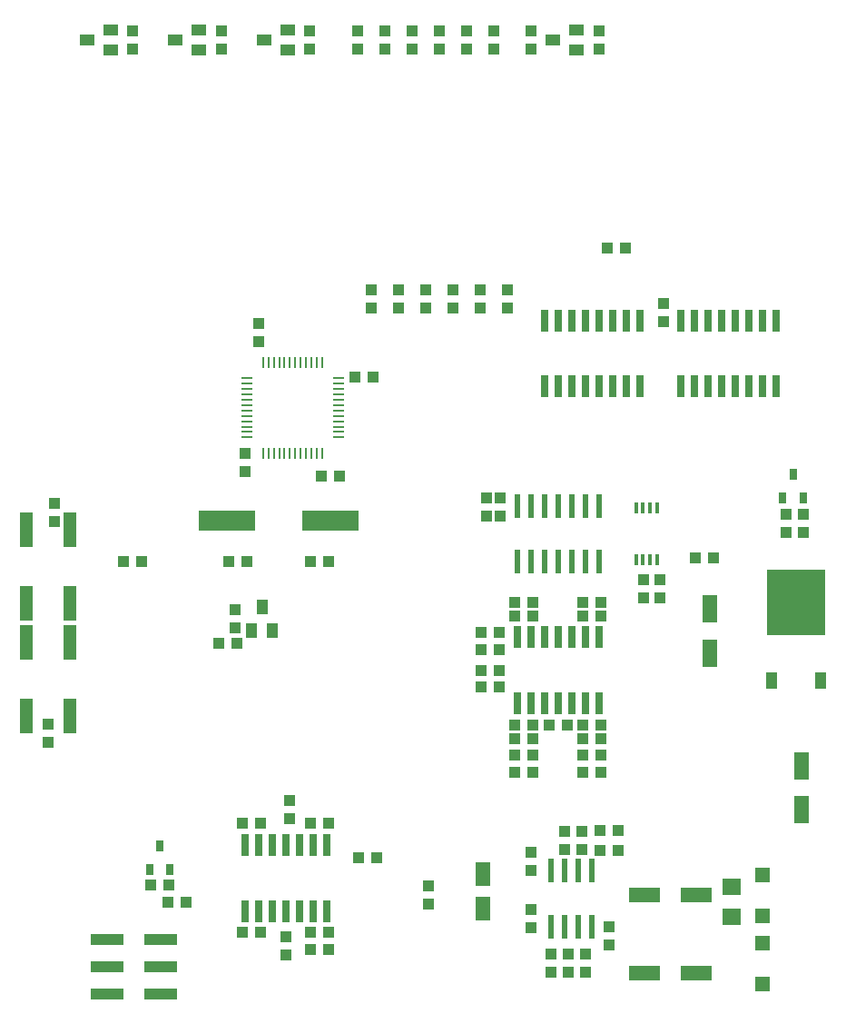
<source format=gbr>
%TF.GenerationSoftware,KiCad,Pcbnew,(6.0.11-0)*%
%TF.CreationDate,2023-03-06T23:16:56+01:00*%
%TF.ProjectId,braids,62726169-6473-42e6-9b69-6361645f7063,rev?*%
%TF.SameCoordinates,Original*%
%TF.FileFunction,Paste,Top*%
%TF.FilePolarity,Positive*%
%FSLAX46Y46*%
G04 Gerber Fmt 4.6, Leading zero omitted, Abs format (unit mm)*
G04 Created by KiCad (PCBNEW (6.0.11-0)) date 2023-03-06 23:16:56*
%MOMM*%
%LPD*%
G01*
G04 APERTURE LIST*
%ADD10R,1.100000X1.000000*%
%ADD11R,1.000000X1.100000*%
%ADD12R,1.400000X1.000000*%
%ADD13R,5.334000X1.930400*%
%ADD14R,0.660400X2.032000*%
%ADD15R,0.700000X1.000000*%
%ADD16R,3.000000X1.400000*%
%ADD17R,1.000000X1.400000*%
%ADD18R,1.200000X3.200000*%
%ADD19R,0.600000X2.200000*%
%ADD20R,0.410000X1.020000*%
%ADD21R,0.254000X1.000000*%
%ADD22R,1.000000X0.254000*%
%ADD23R,3.150000X1.000000*%
%ADD24R,1.400000X2.600000*%
%ADD25R,1.803000X1.600000*%
%ADD26R,1.000000X1.600000*%
%ADD27R,5.400000X6.200000*%
%ADD28R,1.400000X1.400000*%
%ADD29R,1.400000X2.200000*%
G04 APERTURE END LIST*
D10*
%TO.C,C16*%
X158251100Y-119926100D03*
X156551100Y-119926100D03*
%TD*%
%TO.C,R5*%
X144383600Y-55258600D03*
X144383600Y-56958600D03*
%TD*%
D11*
%TO.C,R41*%
X156551100Y-124371100D03*
X158251100Y-124371100D03*
%TD*%
D10*
%TO.C,R3*%
X137398600Y-55258600D03*
X137398600Y-56958600D03*
%TD*%
D11*
%TO.C,R32*%
X153376100Y-116433600D03*
X155076100Y-116433600D03*
%TD*%
%TO.C,C11*%
X168513600Y-106376100D03*
X168513600Y-108076100D03*
%TD*%
D12*
%TO.C,Q2*%
X127068600Y-57058600D03*
X124868600Y-56108600D03*
X127068600Y-55158600D03*
%TD*%
D10*
%TO.C,R18*%
X155813600Y-81088600D03*
X155813600Y-79388600D03*
%TD*%
%TO.C,C22*%
X164488600Y-131673600D03*
X166188600Y-131673600D03*
%TD*%
D13*
%TO.C,Q5*%
X139367100Y-100876100D03*
X129715100Y-100876100D03*
%TD*%
D10*
%TO.C,R13*%
X143113600Y-81088600D03*
X143113600Y-79388600D03*
%TD*%
D14*
%TO.C,IC9*%
X131366100Y-137287000D03*
X132636100Y-137287000D03*
X133906100Y-137287000D03*
X135176100Y-137287000D03*
X136446100Y-137287000D03*
X137716100Y-137287000D03*
X138986100Y-137287000D03*
X138986100Y-131140200D03*
X137716100Y-131140200D03*
X136446100Y-131140200D03*
X135176100Y-131140200D03*
X133906100Y-131140200D03*
X132636100Y-131140200D03*
X131366100Y-131140200D03*
%TD*%
D11*
%TO.C,R51*%
X125866100Y-136436100D03*
X124166100Y-136436100D03*
%TD*%
%TO.C,C6*%
X153908600Y-100456100D03*
X153908600Y-98756100D03*
%TD*%
D15*
%TO.C,IC3*%
X181533600Y-98801100D03*
X183433600Y-98801100D03*
X182483600Y-96601100D03*
%TD*%
D10*
%TO.C,R17*%
X153273600Y-81088600D03*
X153273600Y-79388600D03*
%TD*%
D11*
%TO.C,C4*%
X131366100Y-94628600D03*
X131366100Y-96328600D03*
%TD*%
%TO.C,C28*%
X135176100Y-139713600D03*
X135176100Y-141413600D03*
%TD*%
D16*
%TO.C,C30*%
X168653600Y-143103600D03*
X173453600Y-143103600D03*
%TD*%
D17*
%TO.C,Q6*%
X132003600Y-111183600D03*
X132953600Y-108983600D03*
X133903600Y-111183600D03*
%TD*%
D11*
%TO.C,C7*%
X155178600Y-100456100D03*
X155178600Y-98756100D03*
%TD*%
D14*
%TO.C,IC2*%
X172006100Y-88392000D03*
X173276100Y-88392000D03*
X174546100Y-88392000D03*
X175816100Y-88392000D03*
X177086100Y-88392000D03*
X178356100Y-88392000D03*
X179626100Y-88392000D03*
X180896100Y-88392000D03*
X180896100Y-82245200D03*
X179626100Y-82245200D03*
X178356100Y-82245200D03*
X177086100Y-82245200D03*
X175816100Y-82245200D03*
X174546100Y-82245200D03*
X173276100Y-82245200D03*
X172006100Y-82245200D03*
%TD*%
D10*
%TO.C,R55*%
X159941100Y-143001100D03*
X159941100Y-141301100D03*
%TD*%
D15*
%TO.C,IC8*%
X122478600Y-133408600D03*
X124378600Y-133408600D03*
X123428600Y-131208600D03*
%TD*%
D10*
%TO.C,R27*%
X130413600Y-109233600D03*
X130413600Y-110933600D03*
%TD*%
%TO.C,R23*%
X181848600Y-102043600D03*
X181848600Y-100343600D03*
%TD*%
%TO.C,R22*%
X113635000Y-100961300D03*
X113635000Y-99261300D03*
%TD*%
D11*
%TO.C,C1*%
X170418600Y-82358600D03*
X170418600Y-80658600D03*
%TD*%
D10*
%TO.C,R1*%
X120888600Y-55258600D03*
X120888600Y-56958600D03*
%TD*%
D11*
%TO.C,R12*%
X166823600Y-75476100D03*
X165123600Y-75476100D03*
%TD*%
%TO.C,R53*%
X137501100Y-139293600D03*
X139201100Y-139293600D03*
%TD*%
D18*
%TO.C,SW2*%
X111000000Y-101791300D03*
X111000000Y-108591300D03*
X115000000Y-101791300D03*
X115000000Y-108591300D03*
%TD*%
D19*
%TO.C,IC4*%
X156766100Y-104746100D03*
X158036100Y-104746100D03*
X159306100Y-104746100D03*
X160576100Y-104746100D03*
X161846100Y-104746100D03*
X163116100Y-104746100D03*
X164386100Y-104746100D03*
X164386100Y-99546100D03*
X163116100Y-99546100D03*
X161846100Y-99546100D03*
X160576100Y-99546100D03*
X159306100Y-99546100D03*
X158036100Y-99546100D03*
X156766100Y-99546100D03*
%TD*%
D12*
%TO.C,Q3*%
X135323600Y-57058600D03*
X133123600Y-56108600D03*
X135323600Y-55158600D03*
%TD*%
D10*
%TO.C,R50*%
X158036100Y-137173600D03*
X158036100Y-138873600D03*
%TD*%
D11*
%TO.C,R42*%
X162901100Y-124371100D03*
X164601100Y-124371100D03*
%TD*%
D10*
%TO.C,R7*%
X149463600Y-55258600D03*
X149463600Y-56958600D03*
%TD*%
D20*
%TO.C,IC5*%
X167856100Y-104546100D03*
X168506100Y-104546100D03*
X169156100Y-104546100D03*
X169806100Y-104546100D03*
X169806100Y-99746100D03*
X169156100Y-99746100D03*
X168506100Y-99746100D03*
X167856100Y-99746100D03*
%TD*%
D11*
%TO.C,R28*%
X153376100Y-111353600D03*
X155076100Y-111353600D03*
%TD*%
D10*
%TO.C,C18*%
X159726100Y-119926100D03*
X161426100Y-119926100D03*
%TD*%
%TO.C,R14*%
X145653600Y-81088600D03*
X145653600Y-79388600D03*
%TD*%
%TO.C,C3*%
X141628600Y-87541100D03*
X143328600Y-87541100D03*
%TD*%
D16*
%TO.C,C25*%
X168653600Y-135801100D03*
X173453600Y-135801100D03*
%TD*%
D11*
%TO.C,C8*%
X183436100Y-100343600D03*
X183436100Y-102043600D03*
%TD*%
D21*
%TO.C,UC1*%
X133061100Y-94648600D03*
X133561100Y-94648600D03*
X134061100Y-94648600D03*
X134561100Y-94648600D03*
X135061100Y-94648600D03*
X135561100Y-94648600D03*
X136061100Y-94648600D03*
X136561100Y-94648600D03*
X137061100Y-94648600D03*
X137561100Y-94648600D03*
X138061100Y-94648600D03*
X138561100Y-94648600D03*
D22*
X140061100Y-93148600D03*
X140061100Y-92648600D03*
X140061100Y-92148600D03*
X140061100Y-91648600D03*
X140061100Y-91148600D03*
X140061100Y-90648600D03*
X140061100Y-90148600D03*
X140061100Y-89648600D03*
X140061100Y-89148600D03*
X140061100Y-88648600D03*
X140061100Y-88148600D03*
X140061100Y-87648600D03*
D21*
X138561100Y-86148600D03*
X138061100Y-86148600D03*
X137561100Y-86148600D03*
X137061100Y-86148600D03*
X136561100Y-86148600D03*
X136061100Y-86148600D03*
X135561100Y-86148600D03*
X135061100Y-86148600D03*
X134561100Y-86148600D03*
X134061100Y-86148600D03*
X133561100Y-86148600D03*
X133061100Y-86148600D03*
D22*
X131561100Y-87648600D03*
X131561100Y-88148600D03*
X131561100Y-88648600D03*
X131561100Y-89148600D03*
X131561100Y-89648600D03*
X131561100Y-90148600D03*
X131561100Y-90648600D03*
X131561100Y-91148600D03*
X131561100Y-91648600D03*
X131561100Y-92148600D03*
X131561100Y-92648600D03*
X131561100Y-93148600D03*
%TD*%
D10*
%TO.C,C26*%
X124278600Y-134848600D03*
X122578600Y-134848600D03*
%TD*%
%TO.C,C17*%
X162901100Y-119926100D03*
X164601100Y-119926100D03*
%TD*%
%TO.C,R2*%
X129143600Y-55258600D03*
X129143600Y-56958600D03*
%TD*%
%TO.C,C13*%
X158251100Y-109766100D03*
X156551100Y-109766100D03*
%TD*%
%TO.C,R16*%
X150733600Y-81088600D03*
X150733600Y-79388600D03*
%TD*%
D11*
%TO.C,C27*%
X165338600Y-140461100D03*
X165338600Y-138761100D03*
%TD*%
%TO.C,R35*%
X162901100Y-121196100D03*
X164601100Y-121196100D03*
%TD*%
%TO.C,R34*%
X158251100Y-121196100D03*
X156551100Y-121196100D03*
%TD*%
D10*
%TO.C,R8*%
X152003600Y-55258600D03*
X152003600Y-56958600D03*
%TD*%
D11*
%TO.C,C29*%
X161528600Y-141301100D03*
X161528600Y-143001100D03*
%TD*%
D14*
%TO.C,IC1*%
X159306100Y-88392000D03*
X160576100Y-88392000D03*
X161846100Y-88392000D03*
X163116100Y-88392000D03*
X164386100Y-88392000D03*
X165656100Y-88392000D03*
X166926100Y-88392000D03*
X168196100Y-88392000D03*
X168196100Y-82245200D03*
X166926100Y-82245200D03*
X165656100Y-82245200D03*
X164386100Y-82245200D03*
X163116100Y-82245200D03*
X161846100Y-82245200D03*
X160576100Y-82245200D03*
X159306100Y-82245200D03*
%TD*%
D10*
%TO.C,R6*%
X146923600Y-55258600D03*
X146923600Y-56958600D03*
%TD*%
D12*
%TO.C,Q4*%
X162311100Y-57058600D03*
X160111100Y-56108600D03*
X162311100Y-55158600D03*
%TD*%
D11*
%TO.C,R47*%
X143646100Y-132308600D03*
X141946100Y-132308600D03*
%TD*%
D23*
%TO.C,J7*%
X123525000Y-145040000D03*
X118475000Y-145040000D03*
X123525000Y-142500000D03*
X118475000Y-142500000D03*
X123525000Y-139960000D03*
X118475000Y-139960000D03*
%TD*%
D10*
%TO.C,R46*%
X162798600Y-131571100D03*
X162798600Y-129871100D03*
%TD*%
%TO.C,C5*%
X138453600Y-96748600D03*
X140153600Y-96748600D03*
%TD*%
%TO.C,R56*%
X163116100Y-143001100D03*
X163116100Y-141301100D03*
%TD*%
D24*
%TO.C,C19*%
X183277300Y-123749800D03*
X183277300Y-127849800D03*
%TD*%
D11*
%TO.C,R44*%
X137501100Y-129133600D03*
X139201100Y-129133600D03*
%TD*%
%TO.C,R52*%
X132851100Y-139293600D03*
X131151100Y-139293600D03*
%TD*%
%TO.C,R25*%
X158251100Y-108496100D03*
X156551100Y-108496100D03*
%TD*%
%TO.C,R24*%
X173378600Y-104368600D03*
X175078600Y-104368600D03*
%TD*%
%TO.C,R30*%
X153376100Y-112941100D03*
X155076100Y-112941100D03*
%TD*%
%TO.C,R43*%
X132851100Y-129133600D03*
X131151100Y-129133600D03*
%TD*%
D10*
%TO.C,C14*%
X162901100Y-109766100D03*
X164601100Y-109766100D03*
%TD*%
D25*
%TO.C,R49*%
X176768600Y-135014100D03*
X176768600Y-137858100D03*
%TD*%
D26*
%TO.C,IC6*%
X180521100Y-115836100D03*
X185081100Y-115836100D03*
D27*
X182801100Y-108536100D03*
%TD*%
D14*
%TO.C,IC7*%
X156766100Y-117919500D03*
X158036100Y-117919500D03*
X159306100Y-117919500D03*
X160576100Y-117919500D03*
X161846100Y-117919500D03*
X163116100Y-117919500D03*
X164386100Y-117919500D03*
X164386100Y-111772700D03*
X163116100Y-111772700D03*
X161846100Y-111772700D03*
X160576100Y-111772700D03*
X159306100Y-111772700D03*
X158036100Y-111772700D03*
X156766100Y-111772700D03*
%TD*%
D11*
%TO.C,R45*%
X164488600Y-129768600D03*
X166188600Y-129768600D03*
%TD*%
D28*
%TO.C,D2*%
X179626100Y-140251100D03*
X179626100Y-144051100D03*
%TD*%
D11*
%TO.C,R31*%
X153376100Y-114846100D03*
X155076100Y-114846100D03*
%TD*%
D18*
%TO.C,SW3*%
X111000000Y-112268800D03*
X111000000Y-119068800D03*
X115000000Y-112268800D03*
X115000000Y-119068800D03*
%TD*%
D10*
%TO.C,R10*%
X158036100Y-55258600D03*
X158036100Y-56958600D03*
%TD*%
D11*
%TO.C,C12*%
X170101100Y-106376100D03*
X170101100Y-108076100D03*
%TD*%
%TO.C,R26*%
X162901100Y-108496100D03*
X164601100Y-108496100D03*
%TD*%
D29*
%TO.C,C24*%
X153591100Y-133883600D03*
X153591100Y-137083600D03*
%TD*%
D10*
%TO.C,R33*%
X113000000Y-121598800D03*
X113000000Y-119898800D03*
%TD*%
D11*
%TO.C,C21*%
X161211100Y-129871100D03*
X161211100Y-131571100D03*
%TD*%
D10*
%TO.C,R4*%
X141843600Y-55258600D03*
X141843600Y-56958600D03*
%TD*%
%TO.C,R48*%
X148511100Y-136651100D03*
X148511100Y-134951100D03*
%TD*%
D11*
%TO.C,R40*%
X162901100Y-122783600D03*
X164601100Y-122783600D03*
%TD*%
D28*
%TO.C,D1*%
X179626100Y-133901100D03*
X179626100Y-137701100D03*
%TD*%
D10*
%TO.C,R9*%
X154543600Y-55258600D03*
X154543600Y-56958600D03*
%TD*%
%TO.C,C10*%
X137501100Y-104686100D03*
X139201100Y-104686100D03*
%TD*%
%TO.C,C9*%
X131581100Y-104686100D03*
X129881100Y-104686100D03*
%TD*%
D12*
%TO.C,Q1*%
X118813600Y-57058600D03*
X116613600Y-56108600D03*
X118813600Y-55158600D03*
%TD*%
D10*
%TO.C,C31*%
X121738600Y-104686100D03*
X120038600Y-104686100D03*
%TD*%
D11*
%TO.C,R39*%
X156551100Y-122783600D03*
X158251100Y-122783600D03*
%TD*%
%TO.C,R29*%
X128928600Y-112306100D03*
X130628600Y-112306100D03*
%TD*%
%TO.C,C20*%
X135493600Y-127013600D03*
X135493600Y-128713600D03*
%TD*%
%TO.C,C23*%
X158036100Y-133476100D03*
X158036100Y-131776100D03*
%TD*%
D24*
%TO.C,C15*%
X174704800Y-109144900D03*
X174704800Y-113244900D03*
%TD*%
D11*
%TO.C,C2*%
X132636100Y-84263600D03*
X132636100Y-82563600D03*
%TD*%
D10*
%TO.C,R11*%
X164386100Y-55258600D03*
X164386100Y-56958600D03*
%TD*%
%TO.C,R15*%
X148193600Y-81088600D03*
X148193600Y-79388600D03*
%TD*%
D11*
%TO.C,R54*%
X139201100Y-140881100D03*
X137501100Y-140881100D03*
%TD*%
D19*
%TO.C,IC10*%
X159941100Y-138718600D03*
X161211100Y-138718600D03*
X162481100Y-138718600D03*
X163751100Y-138718600D03*
X163751100Y-133518600D03*
X162481100Y-133518600D03*
X161211100Y-133518600D03*
X159941100Y-133518600D03*
%TD*%
M02*

</source>
